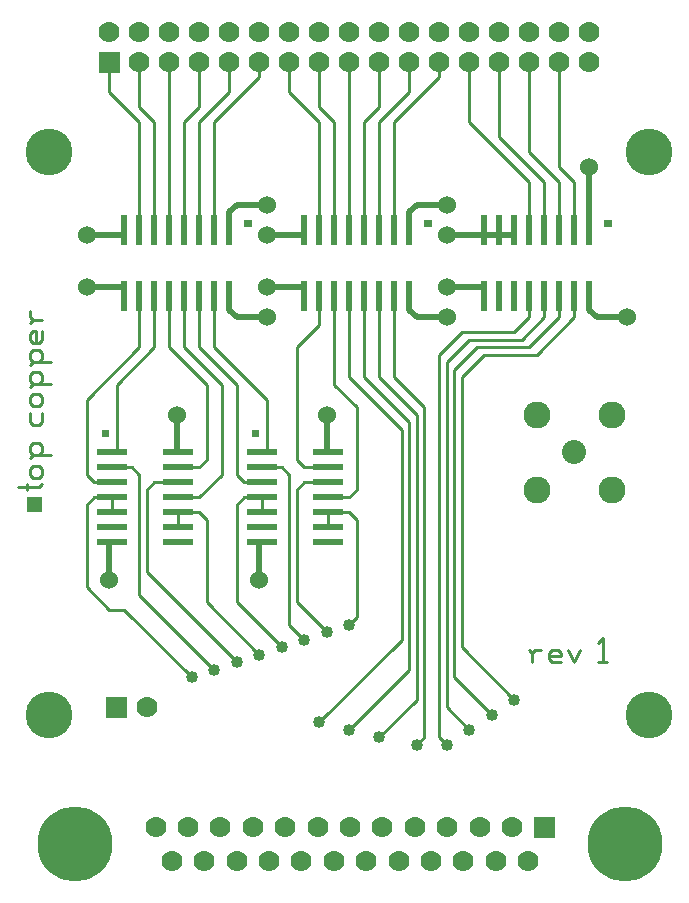
<source format=gbr>
G04 start of page 2 for group 0 idx 0 *
G04 Title: (unknown), top *
G04 Creator: pcb 20140316 *
G04 CreationDate: Fri 19 May 2017 10:14:56 PM GMT UTC *
G04 For: thomasc *
G04 Format: Gerber/RS-274X *
G04 PCB-Dimensions (mil): 2500.00 3000.00 *
G04 PCB-Coordinate-Origin: lower left *
%MOIN*%
%FSLAX25Y25*%
%LNTOP*%
%ADD27C,0.0420*%
%ADD26C,0.1250*%
%ADD25C,0.0450*%
%ADD24C,0.0520*%
%ADD23C,0.0350*%
%ADD22C,0.1520*%
%ADD21C,0.0400*%
%ADD20C,0.0600*%
%ADD19C,0.1560*%
%ADD18R,0.0200X0.0200*%
%ADD17C,0.2500*%
%ADD16C,0.0700*%
%ADD15C,0.0900*%
%ADD14C,0.0800*%
%ADD13C,0.0100*%
%ADD12C,0.0200*%
%ADD11C,0.0001*%
G54D11*G36*
X90000Y227500D02*X92500D01*
Y225000D01*
X90000D01*
Y227500D01*
G37*
G36*
X150000D02*X152500D01*
Y225000D01*
X150000D01*
Y227500D01*
G37*
G36*
X210000D02*X212500D01*
Y225000D01*
X210000D01*
Y227500D01*
G37*
G36*
X42500Y157500D02*X45000D01*
Y155000D01*
X42500D01*
Y157500D01*
G37*
G36*
X92500D02*X95000D01*
Y155000D01*
X92500D01*
Y157500D01*
G37*
G36*
X17500Y135000D02*X22500D01*
Y130000D01*
X17500D01*
Y135000D01*
G37*
G54D12*X145000Y224000D02*Y230000D01*
X147500Y232500D01*
X157500D01*
Y222500D02*X180000D01*
G54D13*X165000Y260000D02*X185000Y240000D01*
X175000Y255000D02*X190000Y240000D01*
G54D12*X205000Y224000D02*Y245000D01*
G54D13*X185000Y240000D02*Y224000D01*
X190000Y240000D02*Y224000D01*
X200000D02*Y240000D01*
X195000Y245000D01*
Y224000D02*Y240000D01*
X185000Y250000D01*
X135000Y280000D02*Y265000D01*
X130000Y260000D01*
X145000Y280000D02*Y270000D01*
X135000Y260000D01*
X155000Y275000D02*X140000Y260000D01*
X135000D02*Y224000D01*
X140000Y260000D02*Y224000D01*
X155000Y280000D02*Y275000D01*
X165000Y280000D02*Y260000D01*
X175000Y280000D02*Y255000D01*
X185000Y280000D02*Y250000D01*
X195000Y280000D02*Y245000D01*
G54D12*X145000Y202000D02*Y197500D01*
X147500Y195000D01*
X157500D01*
Y205000D02*X170000D01*
X205000Y202000D02*Y197500D01*
X207500Y195000D01*
X217500D01*
G54D13*X200000Y202000D02*Y195000D01*
X185000Y202000D02*Y195000D01*
X190000Y202000D02*Y195000D01*
X195000Y202000D02*Y195000D01*
X185000D02*X180000Y190000D01*
X190000Y195000D02*X182500Y187500D01*
X195000Y195000D02*X185000Y185000D01*
X200000Y195000D02*X187500Y182500D01*
X180000Y190000D02*X162500D01*
X182500Y187500D02*X165000D01*
X185000Y185000D02*X167500D01*
X187500Y182500D02*X170000D01*
X162500Y190000D02*X155000Y182500D01*
X165000Y187500D02*X157500Y180000D01*
X167500Y185000D02*X160000Y177500D01*
X170000Y182500D02*X162500Y175000D01*
G54D12*X85000Y224000D02*Y230000D01*
X87500Y232500D01*
X97500D01*
Y222500D02*X110000D01*
X85000Y202000D02*Y197500D01*
X87500Y195000D01*
X97500D01*
X37500Y222500D02*X50000D01*
G54D13*X45000Y280000D02*Y270000D01*
X55000Y260000D01*
Y280000D02*Y265000D01*
X60000Y260000D01*
X55000D02*Y224000D01*
X60000Y260000D02*Y224000D01*
X65000Y280000D02*Y224000D01*
X75000Y280000D02*Y265000D01*
X70000Y260000D01*
Y224000D01*
X75000Y260000D02*Y224000D01*
X85000Y280000D02*Y270000D01*
X75000Y260000D01*
X95000Y280000D02*Y275000D01*
X80000Y260000D01*
Y224000D01*
X115000Y260000D02*Y224000D01*
X105000Y280000D02*Y270000D01*
X115000Y260000D01*
Y280000D02*Y265000D01*
X120000Y260000D01*
Y224000D01*
X125000Y280000D02*Y224000D01*
X130000Y260000D02*Y224000D01*
G54D12*X37500Y205000D02*X50000D01*
G54D13*X55000Y202000D02*Y185000D01*
X60000Y202000D02*Y185000D01*
X65000Y202000D02*Y185000D01*
X70000Y202000D02*Y185000D01*
X60000D02*X47500Y172500D01*
X65000Y185000D02*X77500Y172500D01*
X70000Y185000D02*X82500Y172500D01*
X75000Y202000D02*Y185000D01*
X80000Y202000D02*Y185000D01*
G54D12*X67500Y162500D02*Y150000D01*
G54D13*X77500Y172500D02*Y147500D01*
X82500Y172500D02*Y142500D01*
X77500Y147500D02*X75000Y145000D01*
X68000D01*
X82500Y142500D02*X75000Y135000D01*
X68000D01*
Y140000D02*X60000D01*
X57500Y137500D01*
X46000Y135000D02*X40000D01*
X37500Y132500D01*
G54D12*X97500Y205000D02*X110000D01*
G54D13*X115000Y202000D02*Y192500D01*
X107500Y185000D01*
X120000Y202000D02*Y172500D01*
X125000Y202000D02*Y175000D01*
X130000Y202000D02*Y175000D01*
X135000Y202000D02*Y175000D01*
X140000Y202000D02*Y175000D01*
X55000Y185000D02*X37500Y167500D01*
X47500Y172500D02*Y150000D01*
X75000Y185000D02*X87500Y172500D01*
X80000Y185000D02*X97500Y167500D01*
X87500Y172500D02*Y142500D01*
X90000Y140000D01*
X96000D01*
X37500Y167500D02*Y142500D01*
X40000Y140000D01*
X46000D01*
Y145000D02*X52500D01*
X55000Y142500D01*
X96000Y135000D02*X90000D01*
X87500Y132500D01*
G54D12*X117500Y162500D02*Y150000D01*
G54D13*X107500Y185000D02*Y147500D01*
X110000Y145000D01*
X118000D01*
Y140000D02*X110000D01*
X107500Y137500D01*
X120000Y172500D02*X127500Y165000D01*
X125000Y175000D02*X142500Y157500D01*
X130000Y175000D02*X145000Y160000D01*
X135000Y175000D02*X147500Y162500D01*
X127500Y165000D02*Y137500D01*
X125000Y135000D01*
X118000D01*
X140000Y175000D02*X150000Y165000D01*
G54D12*X95000Y107500D02*Y120000D01*
G54D13*X96000Y135000D02*Y130000D01*
X97500Y167500D02*Y150000D01*
X96000Y145000D02*X102500D01*
X105000Y142500D01*
Y92500D01*
X107500Y137500D02*Y100000D01*
X110000Y87500D02*X105000Y92500D01*
X102500Y85000D02*X87500Y100000D01*
X95000Y82500D02*X77500Y100000D01*
G54D12*X45000Y107500D02*Y120000D01*
G54D13*X37500Y132500D02*Y105000D01*
X45000Y97500D02*X37500Y105000D01*
X46000Y135000D02*Y130000D01*
X55000Y142500D02*Y102500D01*
X57500Y137500D02*Y110000D01*
X68000Y130000D02*Y125000D01*
Y130000D02*X75000D01*
X77500Y127500D01*
Y100000D01*
X87500Y132500D02*Y100000D01*
Y80000D02*X57500Y110000D01*
X80000Y77500D02*X55000Y102500D01*
X72500Y75000D02*X50000Y97500D01*
X45000D01*
X118000Y130000D02*Y125000D01*
Y130000D02*X125000D01*
X127500Y127500D01*
Y95000D01*
X125000Y92500D02*X127500Y95000D01*
X150000Y165000D02*Y55000D01*
X147500Y52500D01*
X142500Y157500D02*Y87500D01*
X145000Y160000D02*Y77500D01*
X147500Y162500D02*Y67500D01*
X162500Y175000D02*Y85000D01*
X157500Y180000D02*Y65000D01*
X155000Y182500D02*Y55000D01*
X160000Y177500D02*Y75000D01*
X117500Y90000D02*X107500Y100000D01*
X142500Y87500D02*X115000Y60000D01*
X145000Y77500D02*X125000Y57500D01*
X147500Y67500D02*X135000Y55000D01*
X162500Y85000D02*X180000Y67500D01*
X160000Y75000D02*X172500Y62500D01*
X157500Y65000D02*X165000Y57500D01*
X155000Y55000D02*X157600Y52400D01*
X14500Y138500D02*X21500D01*
X22500Y139500D01*
X17500D02*Y137500D01*
X19500Y141500D02*X21500D01*
X19500D02*X18500Y142500D01*
Y144500D02*Y142500D01*
Y144500D02*X19500Y145500D01*
X21500D01*
X22500Y144500D02*X21500Y145500D01*
X22500Y144500D02*Y142500D01*
X21500Y141500D02*X22500Y142500D01*
X19500Y148900D02*X25500D01*
X18500Y147900D02*X19500Y148900D01*
X18500Y149900D01*
Y151900D02*Y149900D01*
Y151900D02*X19500Y152900D01*
X21500D01*
X22500Y151900D02*X21500Y152900D01*
X22500Y151900D02*Y149900D01*
X21500Y148900D02*X22500Y149900D01*
X18500Y162900D02*Y159900D01*
X19500Y158900D02*X18500Y159900D01*
X19500Y158900D02*X21500D01*
X22500Y159900D01*
Y162900D02*Y159900D01*
X19500Y165300D02*X21500D01*
X19500D02*X18500Y166300D01*
Y168300D02*Y166300D01*
Y168300D02*X19500Y169300D01*
X21500D01*
X22500Y168300D02*X21500Y169300D01*
X22500Y168300D02*Y166300D01*
X21500Y165300D02*X22500Y166300D01*
X19500Y172700D02*X25500D01*
X18500Y171700D02*X19500Y172700D01*
X18500Y173700D01*
Y175700D02*Y173700D01*
Y175700D02*X19500Y176700D01*
X21500D01*
X22500Y175700D02*X21500Y176700D01*
X22500Y175700D02*Y173700D01*
X21500Y172700D02*X22500Y173700D01*
X19500Y180100D02*X25500D01*
X18500Y179100D02*X19500Y180100D01*
X18500Y181100D01*
Y183100D02*Y181100D01*
Y183100D02*X19500Y184100D01*
X21500D01*
X22500Y183100D02*X21500Y184100D01*
X22500Y183100D02*Y181100D01*
X21500Y180100D02*X22500Y181100D01*
Y190500D02*Y187500D01*
X21500Y186500D02*X22500Y187500D01*
X19500Y186500D02*X21500D01*
X19500D02*X18500Y187500D01*
Y189500D02*Y187500D01*
Y189500D02*X19500Y190500D01*
X20500D02*Y186500D01*
X19500Y190500D02*X20500D01*
X19500Y193900D02*X22500D01*
X19500D02*X18500Y194900D01*
Y196900D02*Y194900D01*
Y192900D02*X19500Y193900D01*
X186000Y83000D02*Y80000D01*
Y83000D02*X187000Y84000D01*
X189000D01*
X185000D02*X186000Y83000D01*
X192400Y80000D02*X195400D01*
X191400Y81000D02*X192400Y80000D01*
X191400Y83000D02*Y81000D01*
Y83000D02*X192400Y84000D01*
X194400D01*
X195400Y83000D01*
X191400Y82000D02*X195400D01*
Y83000D02*Y82000D01*
X197800Y84000D02*X199800Y80000D01*
X201800Y84000D02*X199800Y80000D01*
X207800Y86400D02*X209400Y88000D01*
Y80000D01*
X207800D02*X210800D01*
G54D14*X200000Y150000D03*
G54D15*X187500Y162500D03*
X212500D03*
Y137500D03*
X187500D03*
G54D11*G36*
X186500Y28500D02*Y21500D01*
X193500D01*
Y28500D01*
X186500D01*
G37*
G54D16*X179200Y25000D03*
X184600Y13800D03*
X157600Y25000D03*
X146800D03*
X136000D03*
X168400D03*
X173800Y13800D03*
X163000D03*
X152200D03*
X141400D03*
X130600D03*
G54D17*X217000Y19400D03*
G54D16*X125200Y25000D03*
X114400D03*
X103600D03*
X92800D03*
X82000D03*
X71200D03*
X60400D03*
G54D11*G36*
X44000Y68500D02*Y61500D01*
X51000D01*
Y68500D01*
X44000D01*
G37*
G54D16*X57500Y65000D03*
X119800Y13800D03*
X109000D03*
X98200D03*
X87400D03*
X76600D03*
X65800D03*
G54D17*X33400Y19400D03*
G54D16*X95000Y290000D03*
X105000D03*
X115000D03*
X95000Y280000D03*
X105000D03*
X115000D03*
X125000D03*
X135000D03*
X145000D03*
X125000Y290000D03*
X135000D03*
X145000D03*
X155000D03*
Y280000D03*
X165000Y290000D03*
X175000D03*
X185000D03*
X195000D03*
X205000D03*
X65000D03*
Y280000D03*
X75000Y290000D03*
Y280000D03*
X45000Y290000D03*
G54D11*G36*
X41500Y283500D02*Y276500D01*
X48500D01*
Y283500D01*
X41500D01*
G37*
G54D16*X55000Y290000D03*
Y280000D03*
X85000Y290000D03*
Y280000D03*
X165000D03*
X175000D03*
X185000D03*
X195000D03*
X205000D03*
G54D18*X80000Y228000D02*Y220000D01*
X70000Y228000D02*Y220000D01*
X75000Y228000D02*Y220000D01*
Y206000D02*Y198000D01*
X70000Y206000D02*Y198000D01*
X80000Y206000D02*Y198000D01*
X65000Y228000D02*Y220000D01*
Y206000D02*Y198000D01*
X60000Y228000D02*Y220000D01*
Y206000D02*Y198000D01*
X85000Y228000D02*Y220000D01*
Y206000D02*Y198000D01*
X55000Y228000D02*Y220000D01*
Y206000D02*Y198000D01*
X125000Y228000D02*Y220000D01*
X120000Y228000D02*Y220000D01*
X110000Y228000D02*Y220000D01*
X115000Y228000D02*Y220000D01*
X140000Y228000D02*Y220000D01*
X130000Y228000D02*Y220000D01*
X135000Y228000D02*Y220000D01*
X145000Y228000D02*Y220000D01*
X135000Y206000D02*Y198000D01*
X140000Y206000D02*Y198000D01*
X145000Y206000D02*Y198000D01*
X130000Y206000D02*Y198000D01*
X125000Y206000D02*Y198000D01*
X120000Y206000D02*Y198000D01*
X110000Y206000D02*Y198000D01*
X115000Y206000D02*Y198000D01*
X185000Y228000D02*Y220000D01*
Y206000D02*Y198000D01*
X180000Y228000D02*Y220000D01*
Y206000D02*Y198000D01*
X170000Y228000D02*Y220000D01*
Y206000D02*Y198000D01*
X175000Y228000D02*Y220000D01*
Y206000D02*Y198000D01*
X50000Y228000D02*Y220000D01*
Y206000D02*Y198000D01*
X42000Y135000D02*X50000D01*
X42000Y150000D02*X50000D01*
X42000Y145000D02*X50000D01*
X42000Y140000D02*X50000D01*
X64000Y120000D02*X72000D01*
X64000Y125000D02*X72000D01*
X64000Y130000D02*X72000D01*
X64000Y150000D02*X72000D01*
X64000Y145000D02*X72000D01*
X64000Y135000D02*X72000D01*
X64000Y140000D02*X72000D01*
X42000Y120000D02*X50000D01*
X42000Y125000D02*X50000D01*
X42000Y130000D02*X50000D01*
X114000Y120000D02*X122000D01*
X114000Y125000D02*X122000D01*
X114000Y130000D02*X122000D01*
X92000Y135000D02*X100000D01*
X92000Y150000D02*X100000D01*
X92000Y145000D02*X100000D01*
X92000Y140000D02*X100000D01*
X92000Y120000D02*X100000D01*
X114000Y150000D02*X122000D01*
X114000Y145000D02*X122000D01*
X114000Y135000D02*X122000D01*
X114000Y140000D02*X122000D01*
X92000Y125000D02*X100000D01*
X92000Y130000D02*X100000D01*
X200000Y228000D02*Y220000D01*
X190000Y228000D02*Y220000D01*
X195000Y228000D02*Y220000D01*
X205000Y228000D02*Y220000D01*
Y206000D02*Y198000D01*
X195000Y206000D02*Y198000D01*
X190000Y206000D02*Y198000D01*
X200000Y206000D02*Y198000D01*
G54D19*X25000Y250000D03*
G54D20*X37500Y222500D03*
Y205000D03*
X45000Y107500D03*
X95000D03*
G54D21*X102500Y85000D03*
X95000Y82500D03*
X87500Y80000D03*
X80000Y77500D03*
X72500Y75000D03*
G54D20*X67500Y162500D03*
X97500Y222500D03*
Y232500D03*
Y205000D03*
Y195000D03*
G54D19*X25000Y62500D03*
X225000Y250000D03*
G54D20*X157500Y222500D03*
Y232500D03*
X205000Y245000D03*
X157500Y205000D03*
Y195000D03*
X217500D03*
X117500Y162500D03*
G54D19*X225000Y62500D03*
G54D21*X125000Y92500D03*
X117500Y90000D03*
X110000Y87500D03*
X115000Y60000D03*
X125000Y57500D03*
X135000Y55000D03*
X147500Y52500D03*
X157500D03*
X165000Y57500D03*
X172500Y62500D03*
X180000Y67500D03*
G54D22*G54D23*G54D12*G54D23*G54D22*G54D23*G54D22*G54D12*G54D24*G54D20*G54D25*G54D26*G54D25*G54D27*G54D25*G54D26*G54D27*M02*

</source>
